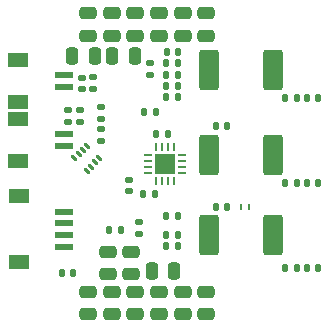
<source format=gbr>
%TF.GenerationSoftware,KiCad,Pcbnew,7.0.7*%
%TF.CreationDate,2023-12-28T18:43:45-05:00*%
%TF.ProjectId,O32controller,4f333263-6f6e-4747-926f-6c6c65722e6b,3*%
%TF.SameCoordinates,Original*%
%TF.FileFunction,Paste,Bot*%
%TF.FilePolarity,Positive*%
%FSLAX46Y46*%
G04 Gerber Fmt 4.6, Leading zero omitted, Abs format (unit mm)*
G04 Created by KiCad (PCBNEW 7.0.7) date 2023-12-28 18:43:45*
%MOMM*%
%LPD*%
G01*
G04 APERTURE LIST*
G04 Aperture macros list*
%AMRoundRect*
0 Rectangle with rounded corners*
0 $1 Rounding radius*
0 $2 $3 $4 $5 $6 $7 $8 $9 X,Y pos of 4 corners*
0 Add a 4 corners polygon primitive as box body*
4,1,4,$2,$3,$4,$5,$6,$7,$8,$9,$2,$3,0*
0 Add four circle primitives for the rounded corners*
1,1,$1+$1,$2,$3*
1,1,$1+$1,$4,$5*
1,1,$1+$1,$6,$7*
1,1,$1+$1,$8,$9*
0 Add four rect primitives between the rounded corners*
20,1,$1+$1,$2,$3,$4,$5,0*
20,1,$1+$1,$4,$5,$6,$7,0*
20,1,$1+$1,$6,$7,$8,$9,0*
20,1,$1+$1,$8,$9,$2,$3,0*%
G04 Aperture macros list end*
%ADD10RoundRect,0.140000X0.140000X0.170000X-0.140000X0.170000X-0.140000X-0.170000X0.140000X-0.170000X0*%
%ADD11RoundRect,0.135000X0.135000X0.185000X-0.135000X0.185000X-0.135000X-0.185000X0.135000X-0.185000X0*%
%ADD12RoundRect,0.250000X-0.475000X0.250000X-0.475000X-0.250000X0.475000X-0.250000X0.475000X0.250000X0*%
%ADD13RoundRect,0.135000X-0.135000X-0.185000X0.135000X-0.185000X0.135000X0.185000X-0.135000X0.185000X0*%
%ADD14RoundRect,0.140000X-0.140000X-0.170000X0.140000X-0.170000X0.140000X0.170000X-0.140000X0.170000X0*%
%ADD15RoundRect,0.250000X0.475000X-0.250000X0.475000X0.250000X-0.475000X0.250000X-0.475000X-0.250000X0*%
%ADD16R,0.711200X0.254000*%
%ADD17R,0.254000X0.711200*%
%ADD18R,1.701800X1.701800*%
%ADD19RoundRect,0.135000X-0.185000X0.135000X-0.185000X-0.135000X0.185000X-0.135000X0.185000X0.135000X0*%
%ADD20RoundRect,0.050000X0.272236X-0.130815X-0.130815X0.272236X-0.272236X0.130815X0.130815X-0.272236X0*%
%ADD21RoundRect,0.140000X0.170000X-0.140000X0.170000X0.140000X-0.170000X0.140000X-0.170000X-0.140000X0*%
%ADD22RoundRect,0.140000X-0.170000X0.140000X-0.170000X-0.140000X0.170000X-0.140000X0.170000X0.140000X0*%
%ADD23RoundRect,0.250000X0.250000X0.475000X-0.250000X0.475000X-0.250000X-0.475000X0.250000X-0.475000X0*%
%ADD24R,1.550000X0.600000*%
%ADD25R,1.800000X1.200000*%
%ADD26RoundRect,0.250000X0.600000X1.450000X-0.600000X1.450000X-0.600000X-1.450000X0.600000X-1.450000X0*%
%ADD27R,0.250000X0.500000*%
%ADD28RoundRect,0.135000X0.185000X-0.135000X0.185000X0.135000X-0.185000X0.135000X-0.185000X-0.135000X0*%
G04 APERTURE END LIST*
D10*
%TO.C,C58*%
X4750000Y4250000D03*
X5710000Y4250000D03*
%TD*%
D11*
%TO.C,R24*%
X14635000Y19150000D03*
X13615000Y19150000D03*
%TD*%
D10*
%TO.C,C13*%
X26485000Y19050000D03*
X25525000Y19050000D03*
%TD*%
%TO.C,C18*%
X18780000Y9850000D03*
X17820000Y9850000D03*
%TD*%
D12*
%TO.C,C50*%
X15000000Y2650000D03*
X15000000Y750000D03*
%TD*%
D13*
%TO.C,R9*%
X11640000Y10950000D03*
X12660000Y10950000D03*
%TD*%
D11*
%TO.C,R15*%
X14635000Y21990000D03*
X13615000Y21990000D03*
%TD*%
D14*
%TO.C,C11*%
X12770000Y16050000D03*
X13730000Y16050000D03*
%TD*%
D15*
%TO.C,C45*%
X9000000Y24350000D03*
X9000000Y26250000D03*
%TD*%
%TO.C,C42*%
X15000000Y24350000D03*
X15000000Y26250000D03*
%TD*%
D14*
%TO.C,C12*%
X13645000Y22950000D03*
X14605000Y22950000D03*
%TD*%
D10*
%TO.C,C19*%
X26480000Y4650000D03*
X25520000Y4650000D03*
%TD*%
D16*
%TO.C,U3*%
X14950000Y14250001D03*
X14950000Y13750000D03*
X14950000Y13250000D03*
X14950000Y12749999D03*
D17*
X14250001Y12050000D03*
X13750000Y12050000D03*
X13250000Y12050000D03*
X12749999Y12050000D03*
D16*
X12050000Y12749999D03*
X12050000Y13250000D03*
X12050000Y13750000D03*
X12050000Y14250001D03*
D17*
X12749999Y14950000D03*
X13250000Y14950000D03*
X13750000Y14950000D03*
X14250001Y14950000D03*
D18*
X13500000Y13500000D03*
%TD*%
D19*
%TO.C,R17*%
X12200000Y22010000D03*
X12200000Y20990000D03*
%TD*%
D20*
%TO.C,U2*%
X7953589Y13957071D03*
X7600036Y13603518D03*
X7246482Y13249964D03*
X6892929Y12896411D03*
X5846411Y13942929D03*
X6199964Y14296482D03*
X6553518Y14650036D03*
X6907071Y15003589D03*
%TD*%
D21*
%TO.C,C9*%
X6500000Y19820000D03*
X6500000Y20780000D03*
%TD*%
D15*
%TO.C,C43*%
X13000000Y24350000D03*
X13000000Y26250000D03*
%TD*%
D13*
%TO.C,R5*%
X13615000Y20100000D03*
X14635000Y20100000D03*
%TD*%
D22*
%TO.C,C8*%
X10450000Y12130000D03*
X10450000Y11170000D03*
%TD*%
D12*
%TO.C,C53*%
X9000000Y2650000D03*
X9000000Y750000D03*
%TD*%
D15*
%TO.C,C46*%
X7000000Y24350000D03*
X7000000Y26250000D03*
%TD*%
%TO.C,C44*%
X11000000Y24350000D03*
X11000000Y26250000D03*
%TD*%
D23*
%TO.C,C48*%
X7550000Y22600000D03*
X5650000Y22600000D03*
%TD*%
D11*
%TO.C,R33*%
X14610000Y7500000D03*
X13590000Y7500000D03*
%TD*%
D23*
%TO.C,C47*%
X10950000Y22600000D03*
X9050000Y22600000D03*
%TD*%
D19*
%TO.C,R25*%
X6300000Y18010000D03*
X6300000Y16990000D03*
%TD*%
D24*
%TO.C,J6*%
X5000000Y6450000D03*
X5000000Y7450000D03*
X5000000Y8450000D03*
X5000000Y9450000D03*
D25*
X1125000Y5150000D03*
X1125000Y10750000D03*
%TD*%
D10*
%TO.C,C16*%
X26500000Y11850000D03*
X25540000Y11850000D03*
%TD*%
D26*
%TO.C,R36*%
X22650000Y7450000D03*
X17250000Y7450000D03*
%TD*%
D12*
%TO.C,C52*%
X11000000Y2650000D03*
X11000000Y750000D03*
%TD*%
D19*
%TO.C,R34*%
X8050000Y18310000D03*
X8050000Y17290000D03*
%TD*%
D24*
%TO.C,J9*%
X4980000Y15000000D03*
X4980000Y16000000D03*
D25*
X1105000Y13700000D03*
X1105000Y17300000D03*
%TD*%
D11*
%TO.C,R21*%
X24660000Y11850000D03*
X23640000Y11850000D03*
%TD*%
D15*
%TO.C,C56*%
X10650000Y4150000D03*
X10650000Y6050000D03*
%TD*%
D10*
%TO.C,C15*%
X18750000Y16650000D03*
X17790000Y16650000D03*
%TD*%
D13*
%TO.C,R3*%
X13615000Y21040000D03*
X14635000Y21040000D03*
%TD*%
D19*
%TO.C,R14*%
X11350000Y8560000D03*
X11350000Y7540000D03*
%TD*%
D12*
%TO.C,C51*%
X13000000Y2650000D03*
X13000000Y750000D03*
%TD*%
D11*
%TO.C,R30*%
X24660000Y4650000D03*
X23640000Y4650000D03*
%TD*%
D19*
%TO.C,R32*%
X8050000Y16410000D03*
X8050000Y15390000D03*
%TD*%
D11*
%TO.C,R26*%
X12760000Y17850000D03*
X11740000Y17850000D03*
%TD*%
D24*
%TO.C,J8*%
X4980000Y20000000D03*
X4980000Y21000000D03*
D25*
X1105000Y18700000D03*
X1105000Y22300000D03*
%TD*%
D13*
%TO.C,R6*%
X13590000Y9100000D03*
X14610000Y9100000D03*
%TD*%
D26*
%TO.C,R18*%
X22650000Y21450000D03*
X17250000Y21450000D03*
%TD*%
D11*
%TO.C,R35*%
X14610000Y6500000D03*
X13590000Y6500000D03*
%TD*%
D15*
%TO.C,C41*%
X17000000Y24350000D03*
X17000000Y26250000D03*
%TD*%
D12*
%TO.C,C54*%
X7000000Y2650000D03*
X7000000Y750000D03*
%TD*%
D27*
%TO.C,D2*%
X19975000Y9850000D03*
X20625000Y9850000D03*
%TD*%
D13*
%TO.C,R16*%
X8790000Y7850000D03*
X9810000Y7850000D03*
%TD*%
D11*
%TO.C,R12*%
X24665000Y19050000D03*
X23645000Y19050000D03*
%TD*%
D19*
%TO.C,R7*%
X7450000Y20810000D03*
X7450000Y19790000D03*
%TD*%
D15*
%TO.C,C57*%
X8650000Y4150000D03*
X8650000Y6050000D03*
%TD*%
D23*
%TO.C,C55*%
X14300000Y4400000D03*
X12400000Y4400000D03*
%TD*%
D28*
%TO.C,R23*%
X5300000Y16990000D03*
X5300000Y18010000D03*
%TD*%
D12*
%TO.C,C49*%
X17000000Y2650000D03*
X17000000Y750000D03*
%TD*%
D26*
%TO.C,R27*%
X22650000Y14250000D03*
X17250000Y14250000D03*
%TD*%
M02*

</source>
